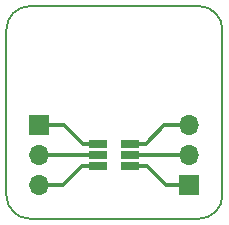
<source format=gbr>
G04 #@! TF.GenerationSoftware,KiCad,Pcbnew,5.0.1-33cea8e~68~ubuntu18.10.1*
G04 #@! TF.CreationDate,2018-12-01T22:14:16+02:00*
G04 #@! TF.ProjectId,BRK-SOT-23-6,42524B2D534F542D32332D362E6B6963,v1.0*
G04 #@! TF.SameCoordinates,Original*
G04 #@! TF.FileFunction,Copper,L1,Top,Signal*
G04 #@! TF.FilePolarity,Positive*
%FSLAX46Y46*%
G04 Gerber Fmt 4.6, Leading zero omitted, Abs format (unit mm)*
G04 Created by KiCad (PCBNEW 5.0.1-33cea8e~68~ubuntu18.10.1) date la  1. joulukuuta 2018 22.14.16*
%MOMM*%
%LPD*%
G01*
G04 APERTURE LIST*
G04 #@! TA.AperFunction,NonConductor*
%ADD10C,0.150000*%
G04 #@! TD*
G04 #@! TA.AperFunction,SMDPad,CuDef*
%ADD11R,1.560000X0.650000*%
G04 #@! TD*
G04 #@! TA.AperFunction,ComponentPad*
%ADD12O,1.700000X1.700000*%
G04 #@! TD*
G04 #@! TA.AperFunction,ComponentPad*
%ADD13R,1.700000X1.700000*%
G04 #@! TD*
G04 #@! TA.AperFunction,Conductor*
%ADD14C,0.300000*%
G04 #@! TD*
G04 APERTURE END LIST*
D10*
X52000000Y-68000000D02*
G75*
G02X50000000Y-66000000I0J2000000D01*
G01*
X68300000Y-66000000D02*
G75*
G02X66300000Y-68000000I-2000000J0D01*
G01*
X66300000Y-50000000D02*
G75*
G02X68300000Y-52000000I0J-2000000D01*
G01*
X50000000Y-52000000D02*
G75*
G02X52000000Y-50000000I2000000J0D01*
G01*
X66300000Y-68000000D02*
X52000000Y-68000000D01*
X68300000Y-52000000D02*
X68300000Y-66000000D01*
X52000000Y-50000000D02*
X66300000Y-50000000D01*
X50000000Y-66000000D02*
X50000000Y-52000000D01*
D11*
G04 #@! TO.P,U1,5*
G04 #@! TO.N,Net-(J2-Pad2)*
X60500000Y-62600000D03*
G04 #@! TO.P,U1,6*
G04 #@! TO.N,Net-(J2-Pad3)*
X60500000Y-61650000D03*
G04 #@! TO.P,U1,4*
G04 #@! TO.N,Net-(J2-Pad1)*
X60500000Y-63550000D03*
G04 #@! TO.P,U1,3*
G04 #@! TO.N,Net-(J1-Pad3)*
X57800000Y-63550000D03*
G04 #@! TO.P,U1,2*
G04 #@! TO.N,Net-(J1-Pad2)*
X57800000Y-62600000D03*
G04 #@! TO.P,U1,1*
G04 #@! TO.N,Net-(J1-Pad1)*
X57800000Y-61650000D03*
G04 #@! TD*
D12*
G04 #@! TO.P,J2,3*
G04 #@! TO.N,Net-(J2-Pad3)*
X65500000Y-60100000D03*
G04 #@! TO.P,J2,2*
G04 #@! TO.N,Net-(J2-Pad2)*
X65500000Y-62640000D03*
D13*
G04 #@! TO.P,J2,1*
G04 #@! TO.N,Net-(J2-Pad1)*
X65500000Y-65180000D03*
G04 #@! TD*
D12*
G04 #@! TO.P,J1,3*
G04 #@! TO.N,Net-(J1-Pad3)*
X52800000Y-65180000D03*
G04 #@! TO.P,J1,2*
G04 #@! TO.N,Net-(J1-Pad2)*
X52800000Y-62640000D03*
D13*
G04 #@! TO.P,J1,1*
G04 #@! TO.N,Net-(J1-Pad1)*
X52800000Y-60100000D03*
G04 #@! TD*
D14*
G04 #@! TO.N,Net-(J1-Pad1)*
X54920000Y-60100000D02*
X52800000Y-60100000D01*
X56470000Y-61650000D02*
X57800000Y-61650000D01*
X54920000Y-60100000D02*
X56470000Y-61650000D01*
G04 #@! TO.N,Net-(J1-Pad2)*
X52840000Y-62600000D02*
X52800000Y-62640000D01*
X57820000Y-62600000D02*
X52840000Y-62600000D01*
G04 #@! TO.N,Net-(J1-Pad3)*
X54800000Y-65180000D02*
X52800000Y-65180000D01*
X56430000Y-63550000D02*
X57800000Y-63550000D01*
X54800000Y-65180000D02*
X56430000Y-63550000D01*
G04 #@! TO.N,Net-(J2-Pad1)*
X63500000Y-65180000D02*
X65500000Y-65180000D01*
X61870000Y-63550000D02*
X60500000Y-63550000D01*
X61870000Y-63550000D02*
X63500000Y-65180000D01*
G04 #@! TO.N,Net-(J2-Pad2)*
X65460000Y-62600000D02*
X65500000Y-62640000D01*
X60480000Y-62600000D02*
X65460000Y-62600000D01*
G04 #@! TO.N,Net-(J2-Pad3)*
X63380000Y-60100000D02*
X65500000Y-60100000D01*
X61830000Y-61650000D02*
X60500000Y-61650000D01*
X63380000Y-60100000D02*
X61830000Y-61650000D01*
G04 #@! TD*
M02*

</source>
